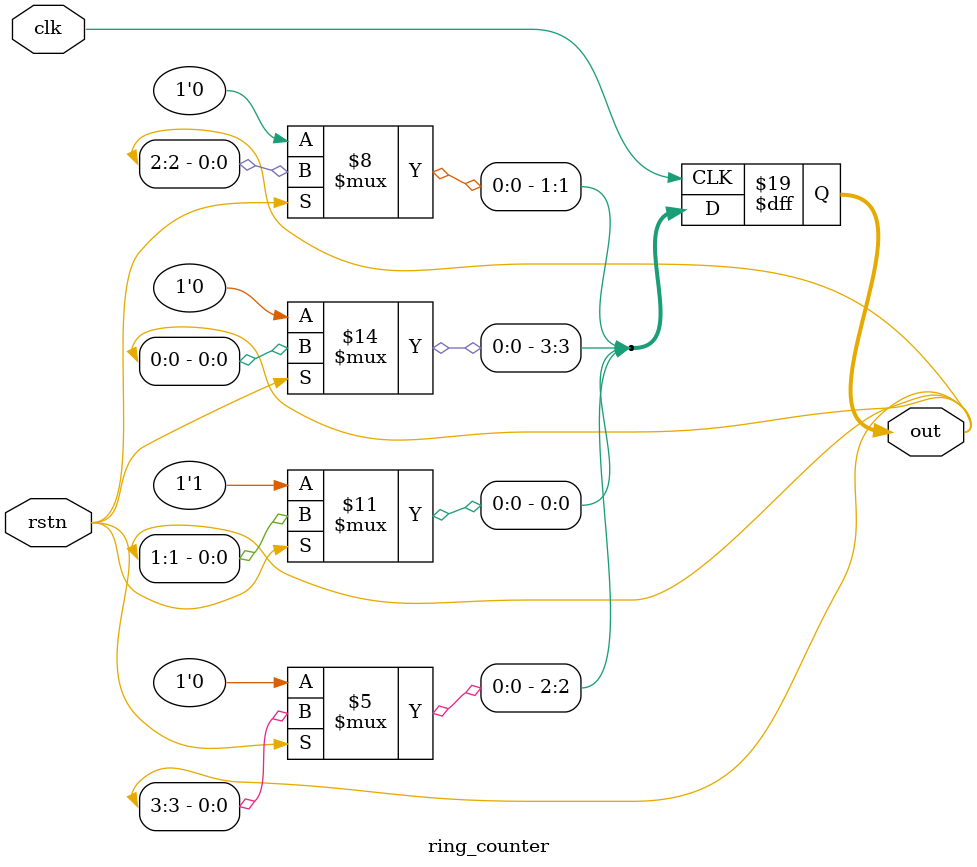
<source format=v>
module ring_counter (input clk,input rstn, output reg [3:0] out );      
  integer i;
  always @ (posedge clk) begin  
      if (!rstn)  
         out <= 1;  
      else begin  
        out[3] <= out[0];  
        for ( i = 0; i < 3; i=i+1) begin  
          out[i] <= out[i+1];  
        end  
      end  
  end  
endmodule 

</source>
